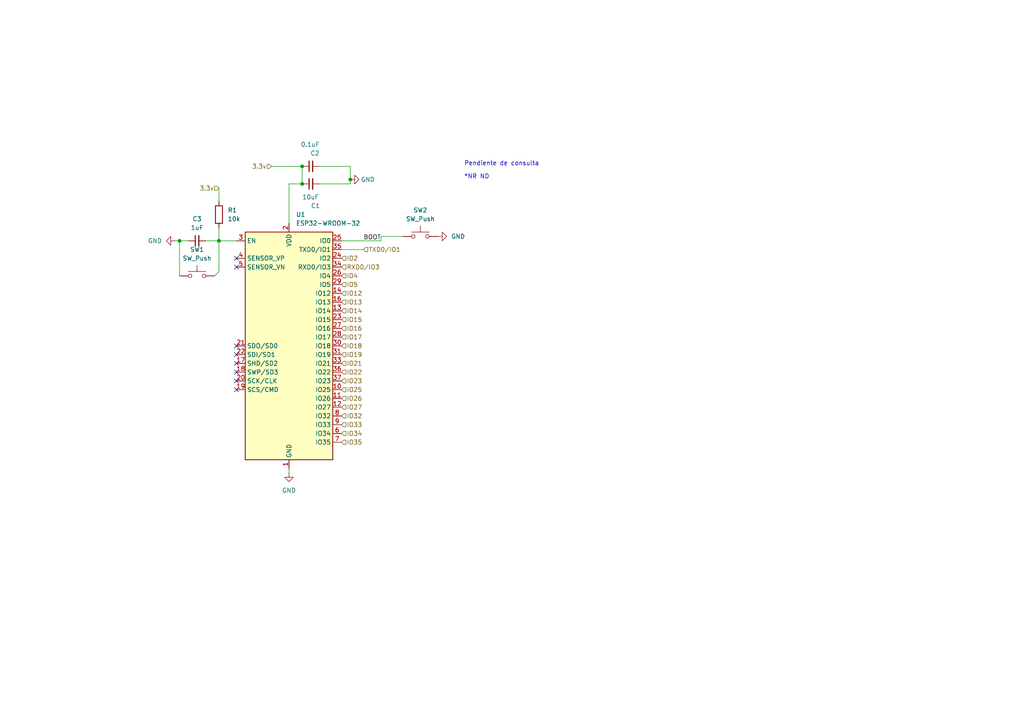
<source format=kicad_sch>
(kicad_sch (version 20211123) (generator eeschema)
  (paper "A4")
  (lib_symbols
    (symbol "Device:C_Small" (pin_numbers hide) (pin_names (offset 0.254) hide)
      (property "Reference" "C" (at 0.254 1.778 0))
      (property "Value" "C_Small" (at 0.254 -2.032 0))
      (symbol "C_Small_0_1"
        (polyline (pts (xy -1.524 -0.508) (xy 1.524 -0.508)) (stroke (width 0.3302)))
        (polyline (pts (xy -1.524 0.508) (xy 1.524 0.508)) (stroke (width 0.3048)))
      )
      (symbol "C_Small_1_1"
        (pin passive line (at 0 2.54 270) (length 2.032) (name "~") (number "1"))
        (pin passive line (at 0 -2.54 90) (length 2.032) (name "~") (number "2"))
      )
    )
    (symbol "Device:R" (pin_numbers hide) (pin_names (offset 0))
      (property "Reference" "R" (at 2.032 0 90))
      (property "Value" "R" (at 0 0 90))
      (symbol "R_0_1"
        (rectangle (start -1.016 -2.54) (end 1.016 2.54) (stroke (width 0.254)))
      )
      (symbol "R_1_1"
        (pin passive line (at 0 3.81 270) (length 1.27) (name "~") (number "1"))
        (pin passive line (at 0 -3.81 90) (length 1.27) (name "~") (number "2"))
      )
    )
    (symbol "RF_Module:ESP32-WROOM-32"
      (property "Reference" "U" (at -12.7 34.29 0))
      (property "Value" "ESP32-WROOM-32" (at 1.27 34.29 0))
      (symbol "ESP32-WROOM-32_0_1"
        (rectangle (start -12.7 33.02) (end 12.7 -33.02) (stroke (width 0.254)) (fill (type background)))
      )
      (symbol "ESP32-WROOM-32_1_1"
        (pin power_in line (at 0 -35.56 90) (length 2.54) (name "GND") (number "1"))
        (pin bidirectional line (at 15.24 -12.7 180) (length 2.54) (name "IO25") (number "10"))
        (pin bidirectional line (at 15.24 -15.24 180) (length 2.54) (name "IO26") (number "11"))
        (pin bidirectional line (at 15.24 -17.78 180) (length 2.54) (name "IO27") (number "12"))
        (pin bidirectional line (at 15.24 10.16 180) (length 2.54) (name "IO14") (number "13"))
        (pin bidirectional line (at 15.24 15.24 180) (length 2.54) (name "IO12") (number "14"))
        (pin passive line (at 0 -35.56 90) (length 2.54) hide (name "GND") (number "15"))
        (pin bidirectional line (at 15.24 12.7 180) (length 2.54) (name "IO13") (number "16"))
        (pin bidirectional line (at -15.24 -5.08 0) (length 2.54) (name "SHD/SD2") (number "17"))
        (pin bidirectional line (at -15.24 -7.62 0) (length 2.54) (name "SWP/SD3") (number "18"))
        (pin bidirectional line (at -15.24 -12.7 0) (length 2.54) (name "SCS/CMD") (number "19"))
        (pin power_in line (at 0 35.56 270) (length 2.54) (name "VDD") (number "2"))
        (pin bidirectional line (at -15.24 -10.16 0) (length 2.54) (name "SCK/CLK") (number "20"))
        (pin bidirectional line (at -15.24 0 0) (length 2.54) (name "SDO/SD0") (number "21"))
        (pin bidirectional line (at -15.24 -2.54 0) (length 2.54) (name "SDI/SD1") (number "22"))
        (pin bidirectional line (at 15.24 7.62 180) (length 2.54) (name "IO15") (number "23"))
        (pin bidirectional line (at 15.24 25.4 180) (length 2.54) (name "IO2") (number "24"))
        (pin bidirectional line (at 15.24 30.48 180) (length 2.54) (name "IO0") (number "25"))
        (pin bidirectional line (at 15.24 20.32 180) (length 2.54) (name "IO4") (number "26"))
        (pin bidirectional line (at 15.24 5.08 180) (length 2.54) (name "IO16") (number "27"))
        (pin bidirectional line (at 15.24 2.54 180) (length 2.54) (name "IO17") (number "28"))
        (pin bidirectional line (at 15.24 17.78 180) (length 2.54) (name "IO5") (number "29"))
        (pin input line (at -15.24 30.48 0) (length 2.54) (name "EN") (number "3"))
        (pin bidirectional line (at 15.24 0 180) (length 2.54) (name "IO18") (number "30"))
        (pin bidirectional line (at 15.24 -2.54 180) (length 2.54) (name "IO19") (number "31"))
        (pin no_connect line (at -12.7 -27.94 0) (length 2.54) hide (name "NC") (number "32"))
        (pin bidirectional line (at 15.24 -5.08 180) (length 2.54) (name "IO21") (number "33"))
        (pin bidirectional line (at 15.24 22.86 180) (length 2.54) (name "RXD0/IO3") (number "34"))
        (pin bidirectional line (at 15.24 27.94 180) (length 2.54) (name "TXD0/IO1") (number "35"))
        (pin bidirectional line (at 15.24 -7.62 180) (length 2.54) (name "IO22") (number "36"))
        (pin bidirectional line (at 15.24 -10.16 180) (length 2.54) (name "IO23") (number "37"))
        (pin passive line (at 0 -35.56 90) (length 2.54) hide (name "GND") (number "38"))
        (pin passive line (at 0 -35.56 90) (length 2.54) hide (name "GND") (number "39"))
        (pin input line (at -15.24 25.4 0) (length 2.54) (name "SENSOR_VP") (number "4"))
        (pin input line (at -15.24 22.86 0) (length 2.54) (name "SENSOR_VN") (number "5"))
        (pin input line (at 15.24 -25.4 180) (length 2.54) (name "IO34") (number "6"))
        (pin input line (at 15.24 -27.94 180) (length 2.54) (name "IO35") (number "7"))
        (pin bidirectional line (at 15.24 -20.32 180) (length 2.54) (name "IO32") (number "8"))
        (pin bidirectional line (at 15.24 -22.86 180) (length 2.54) (name "IO33") (number "9"))
      )
    )
    (symbol "Switch:SW_Push" (pin_numbers hide) (pin_names (offset 1.016) hide)
      (property "Reference" "SW" (at 1.27 2.54 0))
      (property "Value" "SW_Push" (at 0 -1.524 0))
      (symbol "SW_Push_0_1"
        (circle (center -2.032 0) (radius 0.508))
        (polyline (pts (xy 0 1.27) (xy 0 3.048)))
        (polyline (pts (xy 2.54 1.27) (xy -2.54 1.27)))
        (circle (center 2.032 0) (radius 0.508))
        (pin passive line (at -5.08 0 0) (length 2.54) (name "1") (number "1"))
        (pin passive line (at 5.08 0 180) (length 2.54) (name "2") (number "2"))
      )
    )
    (symbol "power:GND" (power) (pin_names (offset 0))
      (property "Value" "GND" (at 0 -3.81 0))
      (symbol "GND_0_1"
        (polyline (pts (xy 0 0) (xy 0 -1.27) (xy 1.27 -1.27) (xy 0 -2.54) (xy -1.27 -1.27) (xy 0 -1.27)))
      )
      (symbol "GND_1_1"
        (pin power_in line (at 0 0 270) (length 0) hide (name "GND") (number "1"))
      )
    )
  )
  (junction (at 87.63 48.26))
  (junction (at 87.63 53.34))
  (junction (at 63.5 69.85))
  (junction (at 52.07 69.85))
  (junction (at 101.6 52.07))
  (no_connect (at 68.58 107.95))
  (no_connect (at 68.58 110.49))
  (no_connect (at 68.58 113.03))
  (no_connect (at 68.58 77.47))
  (no_connect (at 68.58 74.93))
  (no_connect (at 68.58 100.33))
  (no_connect (at 68.58 102.87))
  (no_connect (at 68.58 105.41))
  (wire (pts (xy 92.71 53.34) (xy 101.6 53.34)))
  (wire (pts (xy 63.5 69.85) (xy 63.5 78.74)))
  (wire (pts (xy 105.41 72.39) (xy 99.06 72.39)))
  (wire (pts (xy 52.07 69.85) (xy 52.07 80.01)))
  (wire (pts (xy 63.5 78.74) (xy 62.23 80.01)))
  (wire (pts (xy 59.69 69.85) (xy 63.5 69.85)))
  (wire (pts (xy 87.63 53.34) (xy 87.63 48.26)))
  (wire (pts (xy 83.82 53.34) (xy 87.63 53.34)))
  (wire (pts (xy 52.07 69.85) (xy 54.61 69.85)))
  (wire (pts (xy 116.84 68.58) (xy 110.49 68.58)))
  (wire (pts (xy 63.5 54.61) (xy 63.5 58.42)))
  (wire (pts (xy 50.8 69.85) (xy 52.07 69.85)))
  (wire (pts (xy 110.49 68.58) (xy 110.49 69.85)))
  (wire (pts (xy 87.63 48.26) (xy 78.74 48.26)))
  (wire (pts (xy 92.71 48.26) (xy 101.6 48.26)))
  (wire (pts (xy 63.5 69.85) (xy 68.58 69.85)))
  (wire (pts (xy 101.6 53.34) (xy 101.6 52.07)))
  (wire (pts (xy 83.82 53.34) (xy 83.82 64.77)))
  (wire (pts (xy 63.5 66.04) (xy 63.5 69.85)))
  (wire (pts (xy 101.6 48.26) (xy 101.6 52.07)))
  (wire (pts (xy 83.82 137.16) (xy 83.82 135.89)))
  (wire (pts (xy 99.06 69.85) (xy 110.49 69.85)))
  (text "Pendiente de consulta" (at 134.62 48.26 0) (effects (font (size 1.27 1.27)) (justify left bottom)))
  (text "*NR ND" (at 134.62 52.07 0) (effects (font (size 1.27 1.27)) (justify left bottom)))
  (label "BOOT" (at 105.41 69.85 0))
  (hierarchical_label "IO27" (shape input) (at 99.06 118.11 0))
  (hierarchical_label "IO13" (shape input) (at 99.06 87.63 0))
  (hierarchical_label "3.3v" (shape input) (at 78.74 48.26 180))
  (hierarchical_label "IO35" (shape input) (at 99.06 128.27 0))
  (hierarchical_label "IO34" (shape input) (at 99.06 125.73 0))
  (hierarchical_label "IO12" (shape input) (at 99.06 85.09 0))
  (hierarchical_label "IO23" (shape input) (at 99.06 110.49 0))
  (hierarchical_label "IO17" (shape input) (at 99.06 97.79 0))
  (hierarchical_label "IO14" (shape input) (at 99.06 90.17 0))
  (hierarchical_label "IO21" (shape input) (at 99.06 105.41 0))
  (hierarchical_label "IO22" (shape input) (at 99.06 107.95 0))
  (hierarchical_label "IO26" (shape input) (at 99.06 115.57 0))
  (hierarchical_label "IO2" (shape input) (at 99.06 74.93 0))
  (hierarchical_label "IO15" (shape input) (at 99.06 92.71 0))
  (hierarchical_label "3.3v" (shape input) (at 63.5 54.61 180))
  (hierarchical_label "IO4" (shape input) (at 99.06 80.01 0))
  (hierarchical_label "IO32" (shape input) (at 99.06 120.65 0))
  (hierarchical_label "RXD0{slash}IO3" (shape input) (at 99.06 77.47 0))
  (hierarchical_label "IO25" (shape input) (at 99.06 113.03 0))
  (hierarchical_label "TXD0{slash}IO1" (shape input) (at 105.41 72.39 0))
  (hierarchical_label "IO33" (shape input) (at 99.06 123.19 0))
  (hierarchical_label "IO5" (shape input) (at 99.06 82.55 0))
  (hierarchical_label "IO19" (shape input) (at 99.06 102.87 0))
  (hierarchical_label "IO18" (shape input) (at 99.06 100.33 0))
  (hierarchical_label "IO16" (shape input) (at 99.06 95.25 0))
  (symbol (lib_id "power:GND") (at 50.8 69.85 270) (unit 1)
    (property "Reference" "#PWR01" (effects hide))
    (property "Value" "GND" (at 46.99 69.8499 90) (effects (justify right)))
  )
  (symbol (lib_id "power:GND") (at 83.82 137.16 0) (unit 1)
    (property "Reference" "#PWR0103" (effects hide))
    (property "Value" "GND" (at 83.82 142.24 0))
  )
  (symbol (lib_id "Device:C_Small") (at 90.17 48.26 90) (unit 1)
    (property "Reference" "C2" (at 92.71 44.4438 90) (effects (justify left)))
    (property "Value" "0.1uF" (at 92.71 41.9038 90) (effects (justify left)))
    (property "Footprint" "Capacitor_SMD:C_0603_1608Metric_Pad1.08x0.95mm_HandSolder" (effects hide))
  )
  (symbol (lib_id "Device:C_Small") (at 90.17 53.34 90) (mirror x) (unit 1)
    (property "Reference" "C1" (at 90.17 59.69 90) (effects (justify right)))
    (property "Value" "10uF" (at 87.63 57.15 90) (effects (justify right)))
    (property "Footprint" "Capacitor_SMD:C_0603_1608Metric_Pad1.08x0.95mm_HandSolder" (effects hide))
  )
  (symbol (lib_id "RF_Module:ESP32-WROOM-32") (at 83.82 100.33 0) (unit 1)
    (property "Reference" "U1" (at 85.8394 62.23 0) (effects (justify left)))
    (property "Value" "ESP32-WROOM-32" (at 85.8394 64.77 0) (effects (justify left)))
    (property "Footprint" "RF_Module:ESP32-WROOM-32" (effects hide))
    (property "Datasheet" "https://www.espressif.com/sites/default/files/documentation/esp32-wroom-32_datasheet_en.pdf" (effects hide))
  )
  (symbol (lib_id "Switch:SW_Push") (at 121.92 68.58 0) (unit 1)
    (property "Reference" "SW2" (at 121.92 60.96 0))
    (property "Value" "SW_Push" (at 121.92 63.5 0))
  )
  (symbol (lib_id "power:GND") (at 127 68.58 90) (unit 1)
    (property "Reference" "#PWR02" (effects hide))
    (property "Value" "GND" (at 130.81 68.5799 90) (effects (justify right)))
  )
  (symbol (lib_id "Device:R") (at 63.5 62.23 0) (unit 1)
    (property "Reference" "R1" (at 66.04 60.9599 0) (effects (justify left)))
    (property "Value" "10k" (at 66.04 63.4999 0) (effects (justify left)))
    (property "Footprint" "Resistor_SMD:R_0603_1608Metric_Pad0.98x0.95mm_HandSolder" (effects hide))
  )
  (symbol (lib_id "power:GND") (at 101.6 52.07 90) (unit 1)
    (property "Reference" "#PWR0105" (effects hide))
    (property "Value" "GND" (at 106.68 52.07 90))
  )
  (symbol (lib_id "Switch:SW_Push") (at 57.15 80.01 0) (unit 1)
    (property "Reference" "SW1" (at 57.15 72.39 0))
    (property "Value" "SW_Push" (at 57.15 74.93 0))
  )
  (symbol (lib_id "Device:C_Small") (at 57.15 69.85 90) (unit 1)
    (property "Reference" "C3" (at 57.1563 63.5 90))
    (property "Value" "1uF" (at 57.1563 66.04 90))
    (property "Footprint" "Capacitor_SMD:C_0603_1608Metric_Pad1.08x0.95mm_HandSolder" (effects hide))
  )
)
</source>
